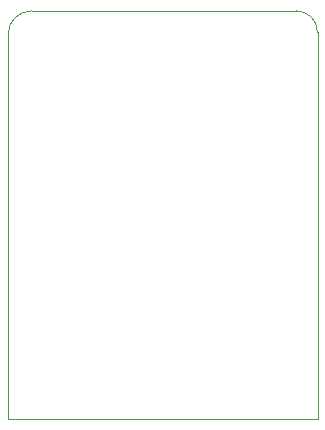
<source format=gbr>
G04 #@! TF.GenerationSoftware,KiCad,Pcbnew,(5.1.0-0)*
G04 #@! TF.CreationDate,2019-06-12T19:17:28-07:00*
G04 #@! TF.ProjectId,d1_mini_lite_sapflow_ti,64315f6d-696e-4695-9f6c-6974655f7361,rev?*
G04 #@! TF.SameCoordinates,Original*
G04 #@! TF.FileFunction,Profile,NP*
%FSLAX46Y46*%
G04 Gerber Fmt 4.6, Leading zero omitted, Abs format (unit mm)*
G04 Created by KiCad (PCBNEW (5.1.0-0)) date 2019-06-12 19:17:28*
%MOMM*%
%LPD*%
G04 APERTURE LIST*
%ADD10C,0.050000*%
G04 APERTURE END LIST*
D10*
X148800000Y-104600000D02*
G75*
G02X150600000Y-106400000I0J-1800000D01*
G01*
X124400000Y-106600000D02*
G75*
G02X126400000Y-104600000I2000000J0D01*
G01*
X150600000Y-139200000D02*
X124400000Y-139200000D01*
X150600000Y-106400000D02*
X150600000Y-139200000D01*
X126400000Y-104600000D02*
X148800000Y-104600000D01*
X124400000Y-139200000D02*
X124400000Y-106600000D01*
M02*

</source>
